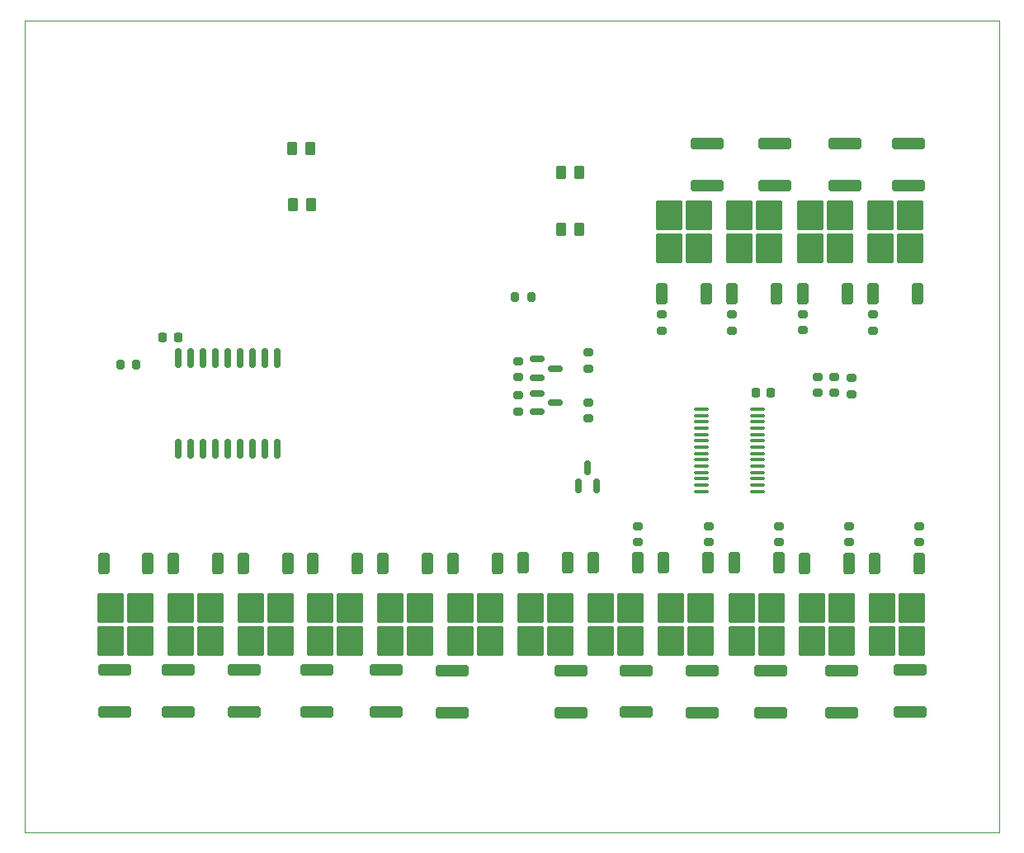
<source format=gbr>
%TF.GenerationSoftware,KiCad,Pcbnew,8.0.0*%
%TF.CreationDate,2024-08-18T21:11:00+02:00*%
%TF.ProjectId,led_stairs_controller,6c65645f-7374-4616-9972-735f636f6e74,V0.3*%
%TF.SameCoordinates,Original*%
%TF.FileFunction,Paste,Top*%
%TF.FilePolarity,Positive*%
%FSLAX46Y46*%
G04 Gerber Fmt 4.6, Leading zero omitted, Abs format (unit mm)*
G04 Created by KiCad (PCBNEW 8.0.0) date 2024-08-18 21:11:00*
%MOMM*%
%LPD*%
G01*
G04 APERTURE LIST*
G04 Aperture macros list*
%AMRoundRect*
0 Rectangle with rounded corners*
0 $1 Rounding radius*
0 $2 $3 $4 $5 $6 $7 $8 $9 X,Y pos of 4 corners*
0 Add a 4 corners polygon primitive as box body*
4,1,4,$2,$3,$4,$5,$6,$7,$8,$9,$2,$3,0*
0 Add four circle primitives for the rounded corners*
1,1,$1+$1,$2,$3*
1,1,$1+$1,$4,$5*
1,1,$1+$1,$6,$7*
1,1,$1+$1,$8,$9*
0 Add four rect primitives between the rounded corners*
20,1,$1+$1,$2,$3,$4,$5,0*
20,1,$1+$1,$4,$5,$6,$7,0*
20,1,$1+$1,$6,$7,$8,$9,0*
20,1,$1+$1,$8,$9,$2,$3,0*%
G04 Aperture macros list end*
%ADD10RoundRect,0.200000X-0.275000X0.200000X-0.275000X-0.200000X0.275000X-0.200000X0.275000X0.200000X0*%
%ADD11RoundRect,0.200000X0.275000X-0.200000X0.275000X0.200000X-0.275000X0.200000X-0.275000X-0.200000X0*%
%ADD12RoundRect,0.100000X-0.637500X-0.100000X0.637500X-0.100000X0.637500X0.100000X-0.637500X0.100000X0*%
%ADD13RoundRect,0.250000X1.450000X-0.312500X1.450000X0.312500X-1.450000X0.312500X-1.450000X-0.312500X0*%
%ADD14RoundRect,0.250000X-1.450000X0.312500X-1.450000X-0.312500X1.450000X-0.312500X1.450000X0.312500X0*%
%ADD15RoundRect,0.250000X-0.350000X0.850000X-0.350000X-0.850000X0.350000X-0.850000X0.350000X0.850000X0*%
%ADD16RoundRect,0.250000X-1.125000X1.275000X-1.125000X-1.275000X1.125000X-1.275000X1.125000X1.275000X0*%
%ADD17RoundRect,0.225000X-0.225000X-0.250000X0.225000X-0.250000X0.225000X0.250000X-0.225000X0.250000X0*%
%ADD18RoundRect,0.200000X-0.200000X-0.275000X0.200000X-0.275000X0.200000X0.275000X-0.200000X0.275000X0*%
%ADD19RoundRect,0.250000X0.350000X-0.850000X0.350000X0.850000X-0.350000X0.850000X-0.350000X-0.850000X0*%
%ADD20RoundRect,0.250000X1.125000X-1.275000X1.125000X1.275000X-1.125000X1.275000X-1.125000X-1.275000X0*%
%ADD21RoundRect,0.150000X-0.587500X-0.150000X0.587500X-0.150000X0.587500X0.150000X-0.587500X0.150000X0*%
%ADD22RoundRect,0.250000X0.262500X0.450000X-0.262500X0.450000X-0.262500X-0.450000X0.262500X-0.450000X0*%
%ADD23RoundRect,0.250000X-0.262500X-0.450000X0.262500X-0.450000X0.262500X0.450000X-0.262500X0.450000X0*%
%ADD24RoundRect,0.150000X0.150000X-0.587500X0.150000X0.587500X-0.150000X0.587500X-0.150000X-0.587500X0*%
%ADD25RoundRect,0.150000X0.150000X-0.875000X0.150000X0.875000X-0.150000X0.875000X-0.150000X-0.875000X0*%
%TA.AperFunction,Profile*%
%ADD26C,0.120000*%
%TD*%
G04 APERTURE END LIST*
D10*
%TO.C,R8*%
X164020000Y-107575000D03*
X164020000Y-109225000D03*
%TD*%
D11*
%TO.C,R16*%
X166500000Y-87525000D03*
X166500000Y-85875000D03*
%TD*%
D12*
%TO.C,U1*%
X170600000Y-95575000D03*
X170600000Y-96225000D03*
X170600000Y-96875000D03*
X170600000Y-97525000D03*
X170600000Y-98175000D03*
X170600000Y-98825000D03*
X170600000Y-99475000D03*
X170600000Y-100125000D03*
X170600000Y-100775000D03*
X170600000Y-101425000D03*
X170600000Y-102075000D03*
X170600000Y-102725000D03*
X170600000Y-103375000D03*
X170600000Y-104025000D03*
X176325000Y-104025000D03*
X176325000Y-103375000D03*
X176325000Y-102725000D03*
X176325000Y-102075000D03*
X176325000Y-101425000D03*
X176325000Y-100775000D03*
X176325000Y-100125000D03*
X176325000Y-99475000D03*
X176325000Y-98825000D03*
X176325000Y-98175000D03*
X176325000Y-97525000D03*
X176325000Y-96875000D03*
X176325000Y-96225000D03*
X176325000Y-95575000D03*
%TD*%
D13*
%TO.C,F15*%
X178100000Y-72637500D03*
X178100000Y-68362500D03*
%TD*%
D14*
%TO.C,F2*%
X116900000Y-122362500D03*
X116900000Y-126637500D03*
%TD*%
D10*
%TO.C,R9*%
X171320000Y-107575000D03*
X171320000Y-109225000D03*
%TD*%
D15*
%TO.C,Q1*%
X113800000Y-111400000D03*
D16*
X113045000Y-116025000D03*
X109995000Y-116025000D03*
X113045000Y-119375000D03*
X109995000Y-119375000D03*
D15*
X109240000Y-111400000D03*
%TD*%
D11*
%TO.C,R15*%
X173700000Y-87525000D03*
X173700000Y-85875000D03*
%TD*%
D15*
%TO.C,Q8*%
X164025000Y-111375000D03*
D16*
X163270000Y-116000000D03*
X160220000Y-116000000D03*
X163270000Y-119350000D03*
X160220000Y-119350000D03*
D15*
X159465000Y-111375000D03*
%TD*%
%TO.C,Q6*%
X149680000Y-111400000D03*
D16*
X148925000Y-116025000D03*
X145875000Y-116025000D03*
X148925000Y-119375000D03*
X145875000Y-119375000D03*
D15*
X145120000Y-111400000D03*
%TD*%
D14*
%TO.C,F5*%
X138200000Y-122362500D03*
X138200000Y-126637500D03*
%TD*%
D15*
%TO.C,Q10*%
X178525000Y-111375000D03*
D16*
X177770000Y-116000000D03*
X174720000Y-116000000D03*
X177770000Y-119350000D03*
X174720000Y-119350000D03*
D15*
X173965000Y-111375000D03*
%TD*%
D14*
%TO.C,F12*%
X192000000Y-122362500D03*
X192000000Y-126637500D03*
%TD*%
D10*
%TO.C,R19*%
X151800000Y-94175000D03*
X151800000Y-95825000D03*
%TD*%
D17*
%TO.C,C3*%
X115325000Y-88200000D03*
X116875000Y-88200000D03*
%TD*%
D18*
%TO.C,R17*%
X151475000Y-84100000D03*
X153125000Y-84100000D03*
%TD*%
D15*
%TO.C,Q3*%
X128180000Y-111400000D03*
D16*
X127425000Y-116025000D03*
X124375000Y-116025000D03*
X127425000Y-119375000D03*
X124375000Y-119375000D03*
D15*
X123620000Y-111400000D03*
%TD*%
D13*
%TO.C,F16*%
X171200000Y-72637500D03*
X171200000Y-68362500D03*
%TD*%
D10*
%TO.C,R31*%
X186000000Y-92375000D03*
X186000000Y-94025000D03*
%TD*%
D14*
%TO.C,F8*%
X163900000Y-122425000D03*
X163900000Y-126700000D03*
%TD*%
D19*
%TO.C,Q16*%
X166500000Y-83700000D03*
D20*
X167255000Y-79075000D03*
X170305000Y-79075000D03*
X167255000Y-75725000D03*
X170305000Y-75725000D03*
D19*
X171060000Y-83700000D03*
%TD*%
D21*
%TO.C,Q18*%
X153725000Y-90450000D03*
X153725000Y-92350000D03*
X155600000Y-91400000D03*
%TD*%
D14*
%TO.C,F9*%
X170700000Y-122462500D03*
X170700000Y-126737500D03*
%TD*%
D10*
%TO.C,R12*%
X192920000Y-107600000D03*
X192920000Y-109250000D03*
%TD*%
%TO.C,R10*%
X178520000Y-107575000D03*
X178520000Y-109225000D03*
%TD*%
D13*
%TO.C,F13*%
X191800000Y-72637500D03*
X191800000Y-68362500D03*
%TD*%
%TO.C,F14*%
X185300000Y-72637500D03*
X185300000Y-68362500D03*
%TD*%
D11*
%TO.C,R18*%
X159000000Y-96525000D03*
X159000000Y-94875000D03*
%TD*%
D19*
%TO.C,Q15*%
X173740000Y-83700000D03*
D20*
X174495000Y-79075000D03*
X177545000Y-79075000D03*
X174495000Y-75725000D03*
X177545000Y-75725000D03*
D19*
X178300000Y-83700000D03*
%TD*%
D17*
%TO.C,C1*%
X176125000Y-93900000D03*
X177675000Y-93900000D03*
%TD*%
D15*
%TO.C,Q2*%
X120980000Y-111400000D03*
D16*
X120225000Y-116025000D03*
X117175000Y-116025000D03*
X120225000Y-119375000D03*
X117175000Y-119375000D03*
D15*
X116420000Y-111400000D03*
%TD*%
D11*
%TO.C,R14*%
X181000000Y-87500000D03*
X181000000Y-85850000D03*
%TD*%
D22*
%TO.C,R29*%
X158032500Y-77125000D03*
X156207500Y-77125000D03*
%TD*%
D15*
%TO.C,Q4*%
X135300000Y-111400000D03*
D16*
X134545000Y-116025000D03*
X131495000Y-116025000D03*
X134545000Y-119375000D03*
X131495000Y-119375000D03*
D15*
X130740000Y-111400000D03*
%TD*%
%TO.C,Q11*%
X185700000Y-111400000D03*
D16*
X184945000Y-116025000D03*
X181895000Y-116025000D03*
X184945000Y-119375000D03*
X181895000Y-119375000D03*
D15*
X181140000Y-111400000D03*
%TD*%
D10*
%TO.C,R20*%
X151800000Y-90675000D03*
X151800000Y-92325000D03*
%TD*%
D23*
%TO.C,R24*%
X128587500Y-68800000D03*
X130412500Y-68800000D03*
%TD*%
D14*
%TO.C,F11*%
X185000000Y-122462500D03*
X185000000Y-126737500D03*
%TD*%
D15*
%TO.C,Q5*%
X142480000Y-111400000D03*
D16*
X141725000Y-116025000D03*
X138675000Y-116025000D03*
X141725000Y-119375000D03*
X138675000Y-119375000D03*
D15*
X137920000Y-111400000D03*
%TD*%
D14*
%TO.C,F6*%
X145000000Y-122462500D03*
X145000000Y-126737500D03*
%TD*%
D21*
%TO.C,Q17*%
X153725000Y-93950000D03*
X153725000Y-95850000D03*
X155600000Y-94900000D03*
%TD*%
D23*
%TO.C,R25*%
X128687500Y-74600000D03*
X130512500Y-74600000D03*
%TD*%
D24*
%TO.C,Q19*%
X157937500Y-103437500D03*
X159837500Y-103437500D03*
X158887500Y-101562500D03*
%TD*%
D14*
%TO.C,F10*%
X177700000Y-122462500D03*
X177700000Y-126737500D03*
%TD*%
D11*
%TO.C,R13*%
X188200000Y-87525000D03*
X188200000Y-85875000D03*
%TD*%
D10*
%TO.C,R32*%
X184200000Y-92275000D03*
X184200000Y-93925000D03*
%TD*%
D22*
%TO.C,R28*%
X158032500Y-71325000D03*
X156207500Y-71325000D03*
%TD*%
D10*
%TO.C,R30*%
X182500000Y-92275000D03*
X182500000Y-93925000D03*
%TD*%
D15*
%TO.C,Q7*%
X156825000Y-111375000D03*
D16*
X156070000Y-116000000D03*
X153020000Y-116000000D03*
X156070000Y-119350000D03*
X153020000Y-119350000D03*
D15*
X152265000Y-111375000D03*
%TD*%
D19*
%TO.C,Q14*%
X181000000Y-83700000D03*
D20*
X181755000Y-79075000D03*
X184805000Y-79075000D03*
X181755000Y-75725000D03*
X184805000Y-75725000D03*
D19*
X185560000Y-83700000D03*
%TD*%
D14*
%TO.C,F1*%
X110400000Y-122362500D03*
X110400000Y-126637500D03*
%TD*%
D10*
%TO.C,R11*%
X185720000Y-107575000D03*
X185720000Y-109225000D03*
%TD*%
D15*
%TO.C,Q12*%
X192925000Y-111400000D03*
D16*
X192170000Y-116025000D03*
X189120000Y-116025000D03*
X192170000Y-119375000D03*
X189120000Y-119375000D03*
D15*
X188365000Y-111400000D03*
%TD*%
D19*
%TO.C,Q13*%
X188200000Y-83700000D03*
D20*
X188955000Y-79075000D03*
X192005000Y-79075000D03*
X188955000Y-75725000D03*
X192005000Y-75725000D03*
D19*
X192760000Y-83700000D03*
%TD*%
D18*
%TO.C,R33*%
X110950000Y-91000000D03*
X112600000Y-91000000D03*
%TD*%
D14*
%TO.C,F3*%
X123700000Y-122362500D03*
X123700000Y-126637500D03*
%TD*%
%TO.C,F4*%
X131100000Y-122362500D03*
X131100000Y-126637500D03*
%TD*%
D25*
%TO.C,U4*%
X116882500Y-99650000D03*
X118152500Y-99650000D03*
X119422500Y-99650000D03*
X120692500Y-99650000D03*
X121962500Y-99650000D03*
X123232500Y-99650000D03*
X124502500Y-99650000D03*
X125772500Y-99650000D03*
X127042500Y-99650000D03*
X127042500Y-90350000D03*
X125772500Y-90350000D03*
X124502500Y-90350000D03*
X123232500Y-90350000D03*
X121962500Y-90350000D03*
X120692500Y-90350000D03*
X119422500Y-90350000D03*
X118152500Y-90350000D03*
X116882500Y-90350000D03*
%TD*%
D14*
%TO.C,F7*%
X157200000Y-122462500D03*
X157200000Y-126737500D03*
%TD*%
D15*
%TO.C,Q9*%
X171275000Y-111375000D03*
D16*
X170520000Y-116000000D03*
X167470000Y-116000000D03*
X170520000Y-119350000D03*
X167470000Y-119350000D03*
D15*
X166715000Y-111375000D03*
%TD*%
D10*
%TO.C,R21*%
X159000000Y-89775000D03*
X159000000Y-91425000D03*
%TD*%
D26*
%TO.C,MOD1*%
X101175000Y-55745000D02*
X101175000Y-138995000D01*
X101175000Y-138995000D02*
X201175000Y-138995000D01*
X201175000Y-55745000D02*
X101175000Y-55745000D01*
X201175000Y-138995000D02*
X201175000Y-55745000D01*
%TD*%
M02*

</source>
